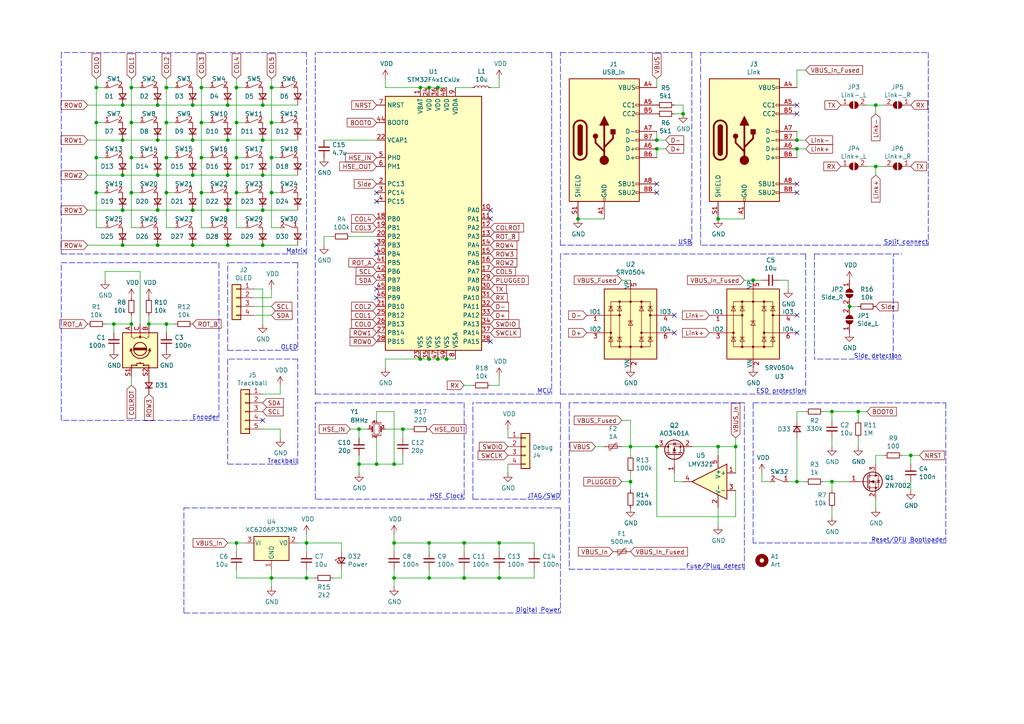
<source format=kicad_sch>
(kicad_sch (version 20211123) (generator eeschema)
  (paper "A4")
  (junction (at 121.92 25.4))
  (junction (at 33.02 93.98))
  (junction (at 190.5 129.54))
  (junction (at 55.88 50.8))
  (junction (at 27.94 45.72))
  (junction (at 78.74 55.88))
  (junction (at 190.5 40.64))
  (junction (at 45.72 30.48))
  (junction (at 55.88 60.96))
  (junction (at 76.2 60.96))
  (junction (at 48.26 45.72))
  (junction (at 127 104.14))
  (junction (at 124.46 167.64))
  (junction (at 104.14 124.46))
  (junction (at 76.2 50.8))
  (junction (at 231.14 139.7))
  (junction (at 241.3 119.38))
  (junction (at 104.14 134.62))
  (junction (at 58.42 55.88))
  (junction (at 35.56 60.96))
  (junction (at 182.88 129.54))
  (junction (at 241.3 139.7))
  (junction (at 129.54 104.14))
  (junction (at 144.78 157.48))
  (junction (at 88.9 157.48))
  (junction (at 114.3 167.64))
  (junction (at 116.84 124.46))
  (junction (at 144.78 167.64))
  (junction (at 68.58 157.48))
  (junction (at 58.42 45.72))
  (junction (at 231.14 40.64))
  (junction (at 124.46 104.14))
  (junction (at 134.62 167.64))
  (junction (at 68.58 25.4))
  (junction (at 38.1 45.72))
  (junction (at 121.92 104.14))
  (junction (at 38.1 93.98))
  (junction (at 66.04 40.64))
  (junction (at 45.72 40.64))
  (junction (at 114.3 157.48))
  (junction (at 264.16 132.08))
  (junction (at 68.58 35.56))
  (junction (at 58.42 35.56))
  (junction (at 55.88 40.64))
  (junction (at 78.74 45.72))
  (junction (at 78.74 25.4))
  (junction (at 68.58 45.72))
  (junction (at 124.46 25.4))
  (junction (at 43.18 93.98))
  (junction (at 48.26 25.4))
  (junction (at 208.28 129.54))
  (junction (at 45.72 71.12))
  (junction (at 254 48.26))
  (junction (at 38.1 35.56))
  (junction (at 78.74 35.56))
  (junction (at 231.14 43.18))
  (junction (at 35.56 50.8))
  (junction (at 213.36 129.54))
  (junction (at 208.28 63.5))
  (junction (at 38.1 25.4))
  (junction (at 109.22 134.62))
  (junction (at 55.88 71.12))
  (junction (at 114.3 134.62))
  (junction (at 190.5 43.18))
  (junction (at 246.38 88.9))
  (junction (at 78.74 167.64))
  (junction (at 66.04 60.96))
  (junction (at 127 25.4))
  (junction (at 182.88 139.7))
  (junction (at 35.56 71.12))
  (junction (at 134.62 157.48))
  (junction (at 48.26 55.88))
  (junction (at 76.2 30.48))
  (junction (at 68.58 55.88))
  (junction (at 76.2 71.12))
  (junction (at 198.12 33.02))
  (junction (at 66.04 30.48))
  (junction (at 45.72 60.96))
  (junction (at 124.46 157.48))
  (junction (at 48.26 93.98))
  (junction (at 88.9 167.64))
  (junction (at 254 30.48))
  (junction (at 48.26 35.56))
  (junction (at 76.2 40.64))
  (junction (at 27.94 25.4))
  (junction (at 27.94 55.88))
  (junction (at 27.94 35.56))
  (junction (at 35.56 40.64))
  (junction (at 248.92 119.38))
  (junction (at 218.44 81.28))
  (junction (at 167.64 63.5))
  (junction (at 55.88 30.48))
  (junction (at 58.42 25.4))
  (junction (at 35.56 30.48))
  (junction (at 66.04 50.8))
  (junction (at 45.72 50.8))
  (junction (at 38.1 55.88))
  (junction (at 66.04 71.12))
  (no_connect (at 231.14 30.48))
  (no_connect (at 109.22 55.88))
  (no_connect (at 109.22 73.66))
  (no_connect (at 190.5 53.34))
  (no_connect (at 109.22 86.36))
  (no_connect (at 109.22 83.82))
  (no_connect (at 231.14 91.44))
  (no_connect (at 142.24 60.96))
  (no_connect (at 109.22 58.42))
  (no_connect (at 76.2 121.92))
  (no_connect (at 190.5 55.88))
  (no_connect (at 109.22 71.12))
  (no_connect (at 231.14 53.34))
  (no_connect (at 231.14 33.02))
  (no_connect (at 231.14 55.88))
  (no_connect (at 195.58 91.44))
  (no_connect (at 195.58 96.52))
  (no_connect (at 142.24 99.06))
  (no_connect (at 231.14 96.52))
  (no_connect (at 142.24 63.5))
  (wire (pts (xy 111.76 25.4) (xy 111.76 22.86)))
  (wire (pts (xy 86.36 40.64) (xy 76.2 40.64)))
  (wire (pts (xy 256.54 48.26) (xy 254 48.26)))
  (wire (pts (xy 208.28 129.54) (xy 213.36 129.54)))
  (wire (pts (xy 256.54 132.08) (xy 254 132.08)))
  (wire (pts (xy 68.58 22.86) (xy 68.58 25.4)))
  (wire (pts (xy 73.66 83.82) (xy 76.2 83.82)))
  (wire (pts (xy 88.9 157.48) (xy 88.9 160.02)))
  (wire (pts (xy 114.3 154.94) (xy 114.3 157.48)))
  (wire (pts (xy 81.28 25.4) (xy 78.74 25.4)))
  (wire (pts (xy 81.28 45.72) (xy 78.74 45.72)))
  (wire (pts (xy 182.88 129.54) (xy 190.5 129.54)))
  (wire (pts (xy 35.56 71.12) (xy 25.4 71.12)))
  (polyline (pts (xy 63.5 121.92) (xy 17.78 121.92)))
  (wire (pts (xy 71.12 55.88) (xy 68.58 55.88)))
  (wire (pts (xy 88.9 165.1) (xy 88.9 167.64)))
  (wire (pts (xy 45.72 40.64) (xy 35.56 40.64)))
  (wire (pts (xy 129.54 104.14) (xy 132.08 104.14)))
  (polyline (pts (xy 88.9 15.24) (xy 17.78 15.24)))
  (wire (pts (xy 71.12 25.4) (xy 68.58 25.4)))
  (wire (pts (xy 254 50.8) (xy 254 48.26)))
  (wire (pts (xy 33.02 96.52) (xy 33.02 93.98)))
  (wire (pts (xy 30.48 45.72) (xy 27.94 45.72)))
  (polyline (pts (xy 259.08 104.14) (xy 259.08 73.66)))
  (wire (pts (xy 228.6 83.82) (xy 228.6 81.28)))
  (polyline (pts (xy 88.9 73.66) (xy 88.9 15.24)))
  (wire (pts (xy 55.88 30.48) (xy 45.72 30.48)))
  (polyline (pts (xy 17.78 73.66) (xy 88.9 73.66)))
  (wire (pts (xy 182.88 139.7) (xy 182.88 137.16)))
  (wire (pts (xy 86.36 157.48) (xy 88.9 157.48)))
  (wire (pts (xy 38.1 111.76) (xy 38.1 109.22)))
  (wire (pts (xy 231.14 139.7) (xy 233.68 139.7)))
  (wire (pts (xy 114.3 157.48) (xy 124.46 157.48)))
  (polyline (pts (xy 218.44 116.84) (xy 274.32 116.84)))
  (wire (pts (xy 81.28 114.3) (xy 81.28 111.76)))
  (polyline (pts (xy 200.66 15.24) (xy 200.66 71.12)))
  (wire (pts (xy 121.92 25.4) (xy 124.46 25.4)))
  (polyline (pts (xy 86.36 76.2) (xy 66.04 76.2)))
  (wire (pts (xy 48.26 22.86) (xy 48.26 25.4)))
  (wire (pts (xy 180.34 139.7) (xy 182.88 139.7)))
  (wire (pts (xy 238.76 119.38) (xy 241.3 119.38)))
  (polyline (pts (xy 233.68 73.66) (xy 162.56 73.66)))
  (wire (pts (xy 38.1 66.04) (xy 40.64 66.04)))
  (polyline (pts (xy 236.22 73.66) (xy 236.22 104.14)))
  (polyline (pts (xy 86.36 76.2) (xy 86.36 101.6)))
  (wire (pts (xy 78.74 170.18) (xy 78.74 167.64)))
  (wire (pts (xy 114.3 134.62) (xy 116.84 134.62)))
  (wire (pts (xy 220.98 137.16) (xy 220.98 139.7)))
  (wire (pts (xy 213.36 137.16) (xy 213.36 129.54)))
  (wire (pts (xy 35.56 40.64) (xy 25.4 40.64)))
  (wire (pts (xy 27.94 25.4) (xy 30.48 25.4)))
  (wire (pts (xy 198.12 139.7) (xy 195.58 139.7)))
  (wire (pts (xy 48.26 55.88) (xy 48.26 66.04)))
  (wire (pts (xy 193.04 43.18) (xy 190.5 43.18)))
  (wire (pts (xy 124.46 167.64) (xy 114.3 167.64)))
  (wire (pts (xy 88.9 154.94) (xy 88.9 157.48)))
  (wire (pts (xy 55.88 50.8) (xy 45.72 50.8)))
  (wire (pts (xy 154.94 165.1) (xy 154.94 167.64)))
  (wire (pts (xy 264.16 134.62) (xy 264.16 132.08)))
  (wire (pts (xy 50.8 55.88) (xy 48.26 55.88)))
  (wire (pts (xy 38.1 45.72) (xy 38.1 55.88)))
  (wire (pts (xy 78.74 35.56) (xy 78.74 45.72)))
  (wire (pts (xy 40.64 55.88) (xy 38.1 55.88)))
  (wire (pts (xy 109.22 134.62) (xy 114.3 134.62)))
  (wire (pts (xy 66.04 50.8) (xy 55.88 50.8)))
  (wire (pts (xy 231.14 127) (xy 231.14 139.7)))
  (wire (pts (xy 40.64 35.56) (xy 38.1 35.56)))
  (wire (pts (xy 111.76 25.4) (xy 121.92 25.4)))
  (wire (pts (xy 104.14 124.46) (xy 106.68 124.46)))
  (wire (pts (xy 27.94 45.72) (xy 27.94 55.88)))
  (polyline (pts (xy 269.24 15.24) (xy 269.24 71.12)))
  (wire (pts (xy 134.62 111.76) (xy 137.16 111.76)))
  (wire (pts (xy 66.04 30.48) (xy 55.88 30.48)))
  (wire (pts (xy 60.96 25.4) (xy 58.42 25.4)))
  (wire (pts (xy 254 132.08) (xy 254 134.62)))
  (wire (pts (xy 78.74 83.82) (xy 78.74 86.36)))
  (wire (pts (xy 43.18 91.44) (xy 43.18 93.98)))
  (wire (pts (xy 147.32 124.46) (xy 147.32 127)))
  (wire (pts (xy 58.42 35.56) (xy 58.42 45.72)))
  (wire (pts (xy 101.6 68.58) (xy 109.22 68.58)))
  (wire (pts (xy 190.5 22.86) (xy 190.5 25.4)))
  (wire (pts (xy 264.16 142.24) (xy 264.16 139.7)))
  (wire (pts (xy 38.1 91.44) (xy 38.1 93.98)))
  (wire (pts (xy 68.58 167.64) (xy 78.74 167.64)))
  (wire (pts (xy 50.8 45.72) (xy 48.26 45.72)))
  (wire (pts (xy 50.8 25.4) (xy 48.26 25.4)))
  (wire (pts (xy 190.5 129.54) (xy 190.5 149.86)))
  (wire (pts (xy 40.64 25.4) (xy 38.1 25.4)))
  (wire (pts (xy 48.26 35.56) (xy 48.26 45.72)))
  (wire (pts (xy 99.06 167.64) (xy 99.06 165.1)))
  (wire (pts (xy 40.64 45.72) (xy 38.1 45.72)))
  (wire (pts (xy 241.3 149.86) (xy 241.3 147.32)))
  (wire (pts (xy 175.26 129.54) (xy 172.72 129.54)))
  (wire (pts (xy 134.62 157.48) (xy 144.78 157.48)))
  (polyline (pts (xy 86.36 104.14) (xy 66.04 104.14)))
  (wire (pts (xy 38.1 22.86) (xy 38.1 25.4)))
  (wire (pts (xy 78.74 88.9) (xy 73.66 88.9)))
  (polyline (pts (xy 137.16 144.78) (xy 162.56 144.78)))
  (wire (pts (xy 182.88 129.54) (xy 180.34 129.54)))
  (polyline (pts (xy 162.56 147.32) (xy 162.56 177.8)))
  (wire (pts (xy 48.26 96.52) (xy 48.26 93.98)))
  (wire (pts (xy 111.76 124.46) (xy 116.84 124.46)))
  (wire (pts (xy 60.96 55.88) (xy 58.42 55.88)))
  (wire (pts (xy 144.78 157.48) (xy 154.94 157.48)))
  (wire (pts (xy 144.78 25.4) (xy 142.24 25.4)))
  (wire (pts (xy 218.44 81.28) (xy 215.9 81.28)))
  (wire (pts (xy 114.3 119.38) (xy 114.3 134.62)))
  (polyline (pts (xy 66.04 134.62) (xy 86.36 134.62)))
  (wire (pts (xy 144.78 165.1) (xy 144.78 167.64)))
  (wire (pts (xy 78.74 22.86) (xy 78.74 25.4)))
  (polyline (pts (xy 269.24 71.12) (xy 203.2 71.12)))
  (wire (pts (xy 58.42 45.72) (xy 58.42 55.88)))
  (wire (pts (xy 134.62 167.64) (xy 134.62 165.1)))
  (wire (pts (xy 81.28 124.46) (xy 76.2 124.46)))
  (polyline (pts (xy 134.62 116.84) (xy 134.62 144.78)))
  (wire (pts (xy 76.2 83.82) (xy 76.2 93.98)))
  (polyline (pts (xy 162.56 71.12) (xy 162.56 15.24)))
  (wire (pts (xy 241.3 119.38) (xy 248.92 119.38)))
  (wire (pts (xy 231.14 20.32) (xy 231.14 25.4)))
  (wire (pts (xy 99.06 157.48) (xy 88.9 157.48)))
  (polyline (pts (xy 63.5 76.2) (xy 63.5 121.92)))
  (wire (pts (xy 182.88 142.24) (xy 182.88 139.7)))
  (wire (pts (xy 180.34 81.28) (xy 182.88 81.28)))
  (wire (pts (xy 208.28 132.08) (xy 208.28 129.54)))
  (wire (pts (xy 78.74 55.88) (xy 78.74 66.04)))
  (wire (pts (xy 71.12 45.72) (xy 68.58 45.72)))
  (wire (pts (xy 58.42 55.88) (xy 58.42 66.04)))
  (polyline (pts (xy 274.32 157.48) (xy 218.44 157.48)))
  (wire (pts (xy 43.18 93.98) (xy 48.26 93.98)))
  (wire (pts (xy 58.42 66.04) (xy 60.96 66.04)))
  (wire (pts (xy 78.74 66.04) (xy 81.28 66.04)))
  (polyline (pts (xy 160.02 15.24) (xy 160.02 114.3)))
  (wire (pts (xy 193.04 40.64) (xy 190.5 40.64)))
  (wire (pts (xy 27.94 25.4) (xy 27.94 35.56)))
  (polyline (pts (xy 53.34 147.32) (xy 162.56 147.32)))
  (wire (pts (xy 55.88 60.96) (xy 66.04 60.96)))
  (polyline (pts (xy 274.32 116.84) (xy 274.32 157.48)))
  (wire (pts (xy 38.1 25.4) (xy 38.1 35.56)))
  (wire (pts (xy 154.94 167.64) (xy 144.78 167.64)))
  (wire (pts (xy 190.5 43.18) (xy 190.5 45.72)))
  (wire (pts (xy 228.6 81.28) (xy 226.06 81.28)))
  (wire (pts (xy 30.48 81.28) (xy 30.48 78.74)))
  (wire (pts (xy 208.28 147.32) (xy 208.28 152.4)))
  (wire (pts (xy 101.6 124.46) (xy 104.14 124.46)))
  (wire (pts (xy 68.58 25.4) (xy 68.58 35.56)))
  (polyline (pts (xy 91.44 144.78) (xy 91.44 116.84)))
  (wire (pts (xy 144.78 157.48) (xy 144.78 160.02)))
  (wire (pts (xy 35.56 50.8) (xy 25.4 50.8)))
  (wire (pts (xy 78.74 167.64) (xy 88.9 167.64)))
  (wire (pts (xy 195.58 33.02) (xy 198.12 33.02)))
  (wire (pts (xy 134.62 167.64) (xy 124.46 167.64)))
  (wire (pts (xy 86.36 71.12) (xy 76.2 71.12)))
  (wire (pts (xy 254 30.48) (xy 251.46 30.48)))
  (wire (pts (xy 73.66 86.36) (xy 78.74 86.36)))
  (wire (pts (xy 68.58 160.02) (xy 68.58 157.48)))
  (wire (pts (xy 233.68 40.64) (xy 231.14 40.64)))
  (wire (pts (xy 182.88 132.08) (xy 182.88 129.54)))
  (wire (pts (xy 231.14 38.1) (xy 231.14 40.64)))
  (polyline (pts (xy 203.2 71.12) (xy 203.2 15.24)))
  (wire (pts (xy 231.14 43.18) (xy 231.14 45.72)))
  (wire (pts (xy 68.58 35.56) (xy 68.58 45.72)))
  (polyline (pts (xy 162.56 114.3) (xy 162.56 73.66)))
  (wire (pts (xy 144.78 111.76) (xy 142.24 111.76)))
  (wire (pts (xy 114.3 160.02) (xy 114.3 157.48)))
  (wire (pts (xy 27.94 55.88) (xy 27.94 66.04)))
  (wire (pts (xy 266.7 132.08) (xy 264.16 132.08)))
  (wire (pts (xy 116.84 127) (xy 116.84 124.46)))
  (polyline (pts (xy 165.1 165.1) (xy 215.9 165.1)))
  (polyline (pts (xy 203.2 15.24) (xy 269.24 15.24)))
  (polyline (pts (xy 218.44 157.48) (xy 218.44 116.84)))
  (wire (pts (xy 254 30.48) (xy 256.54 30.48)))
  (wire (pts (xy 30.48 55.88) (xy 27.94 55.88)))
  (wire (pts (xy 198.12 30.48) (xy 198.12 33.02)))
  (wire (pts (xy 104.14 137.16) (xy 104.14 134.62)))
  (wire (pts (xy 190.5 38.1) (xy 190.5 40.64)))
  (wire (pts (xy 241.3 121.92) (xy 241.3 119.38)))
  (polyline (pts (xy 17.78 76.2) (xy 63.5 76.2)))
  (wire (pts (xy 68.58 66.04) (xy 71.12 66.04)))
  (wire (pts (xy 190.5 149.86) (xy 213.36 149.86)))
  (wire (pts (xy 127 104.14) (xy 129.54 104.14)))
  (polyline (pts (xy 17.78 121.92) (xy 17.78 76.2)))
  (wire (pts (xy 213.36 127) (xy 213.36 129.54)))
  (polyline (pts (xy 236.22 73.66) (xy 261.62 73.66)))
  (wire (pts (xy 66.04 60.96) (xy 76.2 60.96)))
  (wire (pts (xy 109.22 119.38) (xy 114.3 119.38)))
  (wire (pts (xy 76.2 30.48) (xy 66.04 30.48)))
  (wire (pts (xy 208.28 63.5) (xy 215.9 63.5)))
  (polyline (pts (xy 162.56 116.84) (xy 162.56 144.78)))
  (polyline (pts (xy 162.56 116.84) (xy 137.16 116.84)))
  (wire (pts (xy 73.66 91.44) (xy 78.74 91.44)))
  (wire (pts (xy 45.72 50.8) (xy 35.56 50.8)))
  (wire (pts (xy 182.88 121.92) (xy 180.34 121.92)))
  (polyline (pts (xy 162.56 15.24) (xy 200.66 15.24)))
  (wire (pts (xy 48.26 93.98) (xy 50.8 93.98)))
  (wire (pts (xy 55.88 40.64) (xy 45.72 40.64)))
  (wire (pts (xy 86.36 30.48) (xy 76.2 30.48)))
  (wire (pts (xy 124.46 165.1) (xy 124.46 167.64)))
  (wire (pts (xy 111.76 104.14) (xy 121.92 104.14)))
  (wire (pts (xy 58.42 25.4) (xy 58.42 35.56)))
  (wire (pts (xy 35.56 30.48) (xy 25.4 30.48)))
  (wire (pts (xy 241.3 139.7) (xy 246.38 139.7)))
  (wire (pts (xy 48.26 25.4) (xy 48.26 35.56)))
  (polyline (pts (xy 215.9 165.1) (xy 215.9 116.84)))
  (wire (pts (xy 78.74 25.4) (xy 78.74 35.56)))
  (wire (pts (xy 223.52 139.7) (xy 220.98 139.7)))
  (wire (pts (xy 233.68 20.32) (xy 231.14 20.32)))
  (polyline (pts (xy 66.04 104.14) (xy 66.04 134.62)))
  (wire (pts (xy 60.96 35.56) (xy 58.42 35.56)))
  (polyline (pts (xy 66.04 101.6) (xy 66.04 76.2)))
  (wire (pts (xy 144.78 22.86) (xy 144.78 25.4)))
  (wire (pts (xy 182.88 129.54) (xy 182.88 121.92)))
  (wire (pts (xy 241.3 129.54) (xy 241.3 127)))
  (wire (pts (xy 40.64 78.74) (xy 40.64 93.98)))
  (wire (pts (xy 48.26 66.04) (xy 50.8 66.04)))
  (wire (pts (xy 251.46 119.38) (xy 248.92 119.38)))
  (wire (pts (xy 50.8 35.56) (xy 48.26 35.56)))
  (wire (pts (xy 233.68 43.18) (xy 231.14 43.18)))
  (wire (pts (xy 127 25.4) (xy 129.54 25.4)))
  (polyline (pts (xy 137.16 144.78) (xy 137.16 116.84)))
  (wire (pts (xy 68.58 45.72) (xy 68.58 55.88)))
  (wire (pts (xy 99.06 160.02) (xy 99.06 157.48)))
  (polyline (pts (xy 160.02 15.24) (xy 91.44 15.24)))
  (polyline (pts (xy 165.1 116.84) (xy 165.1 165.1)))
  (polyline (pts (xy 86.36 134.62) (xy 86.36 104.14)))
  (wire (pts (xy 68.58 157.48) (xy 71.12 157.48)))
  (polyline (pts (xy 53.34 177.8) (xy 53.34 147.32)))
  (wire (pts (xy 38.1 55.88) (xy 38.1 66.04)))
  (wire (pts (xy 81.28 127) (xy 81.28 124.46)))
  (wire (pts (xy 200.66 129.54) (xy 208.28 129.54)))
  (wire (pts (xy 45.72 71.12) (xy 35.56 71.12)))
  (wire (pts (xy 241.3 139.7) (xy 241.3 142.24)))
  (wire (pts (xy 76.2 114.3) (xy 81.28 114.3)))
  (wire (pts (xy 76.2 71.12) (xy 66.04 71.12)))
  (polyline (pts (xy 134.62 144.78) (xy 91.44 144.78)))
  (wire (pts (xy 27.94 35.56) (xy 30.48 35.56)))
  (wire (pts (xy 124.46 104.14) (xy 127 104.14)))
  (wire (pts (xy 241.3 139.7) (xy 238.76 139.7)))
  (wire (pts (xy 45.72 60.96) (xy 55.88 60.96)))
  (wire (pts (xy 231.14 119.38) (xy 233.68 119.38)))
  (wire (pts (xy 248.92 88.9) (xy 246.38 88.9)))
  (wire (pts (xy 96.52 167.64) (xy 99.06 167.64)))
  (wire (pts (xy 33.02 93.98) (xy 30.48 93.98)))
  (wire (pts (xy 68.58 55.88) (xy 68.58 66.04)))
  (polyline (pts (xy 162.56 114.3) (xy 233.68 114.3)))
  (wire (pts (xy 38.1 35.56) (xy 38.1 45.72)))
  (wire (pts (xy 93.98 40.64) (xy 109.22 40.64)))
  (wire (pts (xy 76.2 50.8) (xy 66.04 50.8)))
  (wire (pts (xy 220.98 81.28) (xy 218.44 81.28)))
  (wire (pts (xy 248.92 129.54) (xy 248.92 127)))
  (wire (pts (xy 81.28 35.56) (xy 78.74 35.56)))
  (polyline (pts (xy 162.56 177.8) (xy 53.34 177.8)))
  (wire (pts (xy 195.58 139.7) (xy 195.58 137.16)))
  (polyline (pts (xy 200.66 71.12) (xy 162.56 71.12)))
  (wire (pts (xy 114.3 167.64) (xy 114.3 170.18)))
  (polyline (pts (xy 91.44 116.84) (xy 134.62 116.84)))
  (wire (pts (xy 124.46 25.4) (xy 127 25.4)))
  (wire (pts (xy 154.94 157.48) (xy 154.94 160.02)))
  (wire (pts (xy 93.98 68.58) (xy 96.52 68.58)))
  (wire (pts (xy 88.9 167.64) (xy 91.44 167.64)))
  (wire (pts (xy 104.14 132.08) (xy 104.14 134.62)))
  (wire (pts (xy 254 147.32) (xy 254 144.78)))
  (wire (pts (xy 27.94 66.04) (xy 30.48 66.04)))
  (wire (pts (xy 104.14 124.46) (xy 104.14 127)))
  (wire (pts (xy 78.74 165.1) (xy 78.74 167.64)))
  (wire (pts (xy 231.14 119.38) (xy 231.14 121.92)))
  (polyline (pts (xy 233.68 73.66) (xy 233.68 114.3)))
  (wire (pts (xy 58.42 22.86) (xy 58.42 25.4)))
  (polyline (pts (xy 261.62 104.14) (xy 236.22 104.14)))
  (wire (pts (xy 71.12 35.56) (xy 68.58 35.56)))
  (wire (pts (xy 134.62 160.02) (xy 134.62 157.48)))
  (wire (pts (xy 116.84 124.46) (xy 119.38 124.46)))
  (wire (pts (xy 38.1 93.98) (xy 33.02 93.98)))
  (wire (pts (xy 254 48.26) (xy 251.46 48.26)))
  (wire (pts (xy 35.56 60.96) (xy 45.72 60.96)))
  (wire (pts (xy 48.26 45.72) (xy 48.26 55.88)))
  (wire (pts (xy 60.96 45.72) (xy 58.42 45.72)))
  (wire (pts (xy 78.74 45.72) (xy 78.74 55.88)))
  (wire (pts (xy 109.22 121.92) (xy 109.22 119.38)))
  (wire (pts (xy 213.36 142.24) (xy 213.36 149.86)))
  (wire (pts (xy 264.16 132.08) (xy 261.62 132.08)))
  (wire (pts (xy 104.14 134.62) (xy 109.22 134.62)))
  (wire (pts (xy 66.04 40.64) (xy 55.88 40.64)))
  (wire (pts (xy 248.92 119.38) (xy 248.92 121.92)))
  (polyline (pts (xy 17.78 15.24) (xy 17.78 73.66)))
  (wire (pts (xy 93.98 71.12) (xy 93.98 68.58)))
  (wire (pts (xy 137.16 25.4) (xy 132.08 25.4)))
  (wire (pts (xy 30.48 78.74) (xy 40.64 78.74)))
  (wire (pts (xy 55.88 71.12) (xy 45.72 71.12)))
  (wire (pts (xy 68.58 167.64) (xy 68.58 165.1)))
  (wire (pts (xy 25.4 60.96) (xy 35.56 60.96)))
  (wire (pts (xy 124.46 157.48) (xy 134.62 157.48)))
  (wire (pts (xy 109.22 127) (xy 109.22 134.62)))
  (wire (pts (xy 144.78 109.22) (xy 144.78 111.76)))
  (wire (pts (xy 254 33.02) (xy 254 30.48)))
  (wire (pts (xy 228.6 139.7) (xy 231.14 139.7)))
  (wire (pts (xy 76.2 60.96) (xy 86.36 60.96)))
  (wire (pts (xy 144.78 167.64) (xy 134.62 167.64)))
  (wire (pts (xy 81.28 55.88) (xy 78.74 55.88)))
  (wire (pts (xy 114.3 167.64) (xy 114.3 165.1)))
  (wire (pts (xy 68.58 157.48) (xy 66.04 157.48)))
  (wire (pts (xy 195.58 30.48) (xy 198.12 30.48)))
  (wire (pts (xy 27.94 35.56) (xy 27.94 45.72)))
  (wire (pts (xy 121.92 104.14) (xy 124.46 104.14)))
  (polyline (pts (xy 215.9 116.84) (xy 165.1 116.84)))
  (wire (pts (xy 27.94 22.86) (xy 27.94 25.4)))
  (polyline (pts (xy 91.44 114.3) (xy 91.44 15.24)))
  (wire (pts (xy 76.2 40.64) (xy 66.04 40.64)))
  (polyline (pts (xy 91.44 114.3) (xy 160.02 114.3)))
  (wire (pts (xy 45.72 30.48) (xy 35.56 30.48)))
  (wire (pts (xy 116.84 134.62) (xy 116.84 132.08)))
  (wire (pts (xy 86.36 50.8) (xy 76.2 50.8)))
  (wire (pts (xy 66.04 71.12) (xy 55.88 71.12)))
  (wire (pts (xy 111.76 106.68) (xy 111.76 104.14)))
  (wire (pts (xy 167.64 63.5) (xy 175.26 63.5)))
  (wire (pts (xy 147.32 137.16) (xy 147.32 134.62)))
  (polyline (pts (xy 66.04 101.6) (xy 86.36 101.6)))
  (wire (pts (xy 124.46 157.48) (xy 124.46 160.02)))
  (text "HSE Clock" (at 134.62 144.78 180) (effects (font (size 1.27 1.27)) (justify right bottom)))
  (text "USB" (at 200.66 71.12 180) (effects (font (size 1.27 1.27)) (justify right bottom)))
  (text "Encoder" (at 63.5 121.92 180) (effects (font (size 1.27 1.27)) (justify right bottom)))
  (text "Matrix" (at 88.9 73.66 180) (effects (font (size 1.27 1.27)) (justify right bottom)))
  (text "Side detection" (at 261.62 104.14 180) (effects (font (size 1.27 1.27)) (justify right bottom)))
  (text "JTAG/SWD" (at 162.56 144.78 180) (effects (font (size 1.27 1.27)) (justify right bottom)))
  (text "Digital Power" (at 162.56 177.8 180) (effects (font (size 1.27 1.27)) (justify right bottom)))
  (text "Fuse/Plug detect" (at 215.9 165.1 180) (effects (font (size 1.27 1.27)) (justify right bottom)))
  (text "ESD protection" (at 233.68 114.3 180) (effects (font (size 1.27 1.27)) (justify right bottom)))
  (text "OLED" (at 86.36 101.6 180) (effects (font (size 1.27 1.27)) (justify right bottom)))
  (text "MCU" (at 160.02 114.3 180) (effects (font (size 1.27 1.27)) (justify right bottom)))
  (text "Reset/DFU Bootloader" (at 274.32 157.48 180) (effects (font (size 1.27 1.27)) (justify right bottom)))
  (text "Split connect" (at 269.24 71.12 180) (effects (font (size 1.27 1.27)) (justify right bottom)))
  (text "Trackball" (at 86.36 134.62 180) (effects (font (size 1.27 1.27)) (justify right bottom)))
  (global_label "D-" (shape input) (at 170.18 91.44 180) (property "Intersheet References" "${INTERSHEET_REFS}" (effects hide)))
  (global_label "VBUS_In_Fused" (shape input) (at 215.9 81.28 180) (property "Intersheet References" "${INTERSHEET_REFS}" (effects hide)))
  (global_label "D-" (shape input) (at 193.04 40.64 0) (property "Intersheet References" "${INTERSHEET_REFS}" (effects hide)))
  (global_label "VBUS_In" (shape input) (at 66.04 157.48 180) (property "Intersheet References" "${INTERSHEET_REFS}" (effects hide)))
  (global_label "COL3" (shape input) (at 58.42 22.86 90) (property "Intersheet References" "${INTERSHEET_REFS}" (effects hide)))
  (global_label "BOOT0" (shape input) (at 251.46 119.38 0) (property "Intersheet References" "${INTERSHEET_REFS}" (effects hide)))
  (global_label "COL2" (shape input) (at 109.22 88.9 180) (property "Intersheet References" "${INTERSHEET_REFS}" (effects hide)))
  (global_label "NRST" (shape input) (at 266.7 132.08 0) (property "Intersheet References" "${INTERSHEET_REFS}" (effects hide)))
  (global_label "VBUS" (shape input) (at 172.72 129.54 180) (property "Intersheet References" "${INTERSHEET_REFS}" (effects hide)))
  (global_label "RX" (shape input) (at 264.16 30.48 0) (property "Intersheet References" "${INTERSHEET_REFS}" (effects hide)))
  (global_label "ROW2" (shape input) (at 142.24 76.2 0) (property "Intersheet References" "${INTERSHEET_REFS}" (effects hide)))
  (global_label "SDA" (shape input) (at 78.74 91.44 0) (property "Intersheet References" "${INTERSHEET_REFS}" (effects hide)))
  (global_label "ROT_B" (shape input) (at 55.88 93.98 0) (property "Intersheet References" "${INTERSHEET_REFS}" (effects hide)))
  (global_label "SWCLK" (shape input) (at 147.32 132.08 180) (property "Intersheet References" "${INTERSHEET_REFS}" (effects hide)))
  (global_label "SWCLK" (shape input) (at 142.24 96.52 0) (property "Intersheet References" "${INTERSHEET_REFS}" (effects hide)))
  (global_label "ROW3" (shape input) (at 43.18 114.3 270) (property "Intersheet References" "${INTERSHEET_REFS}" (effects hide)))
  (global_label "ROT_A" (shape input) (at 109.22 76.2 180) (property "Intersheet References" "${INTERSHEET_REFS}" (effects hide)))
  (global_label "Link+" (shape input) (at 233.68 43.18 0) (property "Intersheet References" "${INTERSHEET_REFS}" (effects hide)))
  (global_label "SWDIO" (shape input) (at 147.32 129.54 180) (property "Intersheet References" "${INTERSHEET_REFS}" (effects hide)))
  (global_label "SCL" (shape input) (at 109.22 78.74 180) (property "Intersheet References" "${INTERSHEET_REFS}" (effects hide)))
  (global_label "TX" (shape input) (at 142.24 83.82 0) (property "Intersheet References" "${INTERSHEET_REFS}" (effects hide)))
  (global_label "D+" (shape input) (at 193.04 43.18 0) (property "Intersheet References" "${INTERSHEET_REFS}" (effects hide)))
  (global_label "COL2" (shape input) (at 48.26 22.86 90) (property "Intersheet References" "${INTERSHEET_REFS}" (effects hide)))
  (global_label "VBUS" (shape input) (at 190.5 22.86 90) (property "Intersheet References" "${INTERSHEET_REFS}" (effects hide)))
  (global_label "NRST" (shape input) (at 109.22 30.48 180) (property "Intersheet References" "${INTERSHEET_REFS}" (effects hide)))
  (global_label "ROW1" (shape input) (at 109.22 96.52 180) (property "Intersheet References" "${INTERSHEET_REFS}" (effects hide)))
  (global_label "ROW0" (shape input) (at 25.4 30.48 180) (property "Intersheet References" "${INTERSHEET_REFS}" (effects hide)))
  (global_label "ROW3" (shape input) (at 25.4 60.96 180) (property "Intersheet References" "${INTERSHEET_REFS}" (effects hide)))
  (global_label "HSE_OUT" (shape input) (at 109.22 48.26 180) (property "Intersheet References" "${INTERSHEET_REFS}" (effects hide)))
  (global_label "SWDIO" (shape input) (at 142.24 93.98 0) (property "Intersheet References" "${INTERSHEET_REFS}" (effects hide)))
  (global_label "BOOT0" (shape input) (at 109.22 35.56 180) (property "Intersheet References" "${INTERSHEET_REFS}" (effects hide)))
  (global_label "ROW2" (shape input) (at 25.4 50.8 180) (property "Intersheet References" "${INTERSHEET_REFS}" (effects hide)))
  (global_label "Link-" (shape input) (at 254 33.02 270) (property "Intersheet References" "${INTERSHEET_REFS}" (effects hide)))
  (global_label "HSE_IN" (shape input) (at 101.6 124.46 180) (property "Intersheet References" "${INTERSHEET_REFS}" (effects hide)))
  (global_label "D-" (shape input) (at 142.24 88.9 0) (property "Intersheet References" "${INTERSHEET_REFS}" (effects hide)))
  (global_label "RX" (shape input) (at 243.84 48.26 180) (property "Intersheet References" "${INTERSHEET_REFS}" (effects hide)))
  (global_label "PLUGGED" (shape input) (at 180.34 139.7 180) (property "Intersheet References" "${INTERSHEET_REFS}" (effects hide)))
  (global_label "Side" (shape input) (at 254 88.9 0) (property "Intersheet References" "${INTERSHEET_REFS}" (effects hide)))
  (global_label "ROW4" (shape input) (at 25.4 71.12 180) (property "Intersheet References" "${INTERSHEET_REFS}" (effects hide)))
  (global_label "VBUS_In_Fused" (shape input) (at 233.68 20.32 0) (property "Intersheet References" "${INTERSHEET_REFS}" (effects hide)))
  (global_label "HSE_OUT" (shape input) (at 124.46 124.46 0) (property "Intersheet References" "${INTERSHEET_REFS}" (effects hide)))
  (global_label "RX" (shape input) (at 134.62 111.76 180) (property "Intersheet References" "${INTERSHEET_REFS}" (effects hide)))
  (global_label "COL1" (shape input) (at 38.1 22.86 90) (property "Intersheet References" "${INTERSHEET_REFS}" (effects hide)))
  (global_label "SCL" (shape input) (at 76.2 119.38 0) (property "Intersheet References" "${INTERSHEET_REFS}" (effects hide)))
  (global_label "ROW1" (shape input) (at 25.4 40.64 180) (property "Intersheet References" "${INTERSHEET_REFS}" (effects hide)))
  (global_label "Link-" (shape input) (at 205.74 91.44 180) (property "Intersheet References" "${INTERSHEET_REFS}" (effects hide)))
  (global_label "D+" (shape input) (at 170.18 96.52 180) (property "Intersheet References" "${INTERSHEET_REFS}" (effects hide)))
  (global_label "TX" (shape input) (at 264.16 48.26 0) (property "Intersheet References" "${INTERSHEET_REFS}" (effects hide)))
  (global_label "ROT_A" (shape input) (at 25.4 93.98 180) (property "Intersheet References" "${INTERSHEET_REFS}" (effects hide)))
  (global_label "SCL" (shape input) (at 78.74 88.9 0) (property "Intersheet References" "${INTERSHEET_REFS}" (effects hide)))
  (global_label "VBUS_In_Fused" (shape input) (at 182.88 160.02 0) (property "Intersheet References" "${INTERSHEET_REFS}" (effects hide)))
  (global_label "VBUS_Fused" (shape input) (at 180.34 81.28 180) (property "Intersheet References" "${INTERSHEET_REFS}" (effects hide)))
  (global_label "VBUS_In" (shape input) (at 213.36 127 90) (property "Intersheet References" "${INTERSHEET_REFS}" (effects hide)))
  (global_label "Side" (shape input) (at 109.22 53.34 180) (property "Intersheet References" "${INTERSHEET_REFS}" (effects hide)))
  (global_label "COL3" (shape input) (at 109.22 66.04 180) (property "Intersheet References" "${INTERSHEET_REFS}" (effects hide)))
  (global_label "Link-" (shape input) (at 233.68 40.64 0) (property "Intersheet References" "${INTERSHEET_REFS}" (effects hide)))
  (global_label "HSE_IN" (shape input) (at 109.22 45.72 180) (property "Intersheet References" "${INTERSHEET_REFS}" (effects hide)))
  (global_label "PLUGGED" (shape input) (at 142.24 81.28 0) (property "Intersheet References" "${INTERSHEET_REFS}" (effects hide)))
  (global_label "TX" (shape input) (at 243.84 30.48 180) (property "Intersheet References" "${INTERSHEET_REFS}" (effects hide)))
  (global_label "COLROT" (shape input) (at 38.1 111.76 270) (property "Intersheet References" "${INTERSHEET_REFS}" (effects hide)))
  (global_label "ROW3" (shape input) (at 142.24 73.66 0) (property "Intersheet References" "${INTERSHEET_REFS}" (effects hide)))
  (global_label "ROT_B" (shape input) (at 142.24 68.58 0) (property "Intersheet References" "${INTERSHEET_REFS}" (effects hide)))
  (global_label "VBUS_In" (shape input) (at 177.8 160.02 180) (property "Intersheet References" "${INTERSHEET_REFS}" (effects hide)))
  (global_label "Link+" (shape input) (at 254 50.8 270) (property "Intersheet References" "${INTERSHEET_REFS}" (effects hide)))
  (global_label "ROW4" (shape input) (at 142.24 71.12 0) (property "Intersheet References" "${INTERSHEET_REFS}" (effects hide)))
  (global_label "Link+" (shape input) (at 205.74 96.52 180) (property "Intersheet References" "${INTERSHEET_REFS}" (effects hide)))
  (global_label "SDA" (shape input) (at 76.2 116.84 0) (property "Intersheet References" "${INTERSHEET_REFS}" (effects hide)))
  (global_label "SDA" (shape input) (at 109.22 81.28 180) (property "Intersheet References" "${INTERSHEET_REFS}" (effects hide)))
  (global_label "COL5" (shape input) (at 78.74 22.86 90) (property "Intersheet References" "${INTERSHEET_REFS}" (effects hide)))
  (global_label "COL4" (shape input) (at 68.58 22.86 90) (property "Intersheet References" "${INTERSHEET_REFS}" (effects hide)))
  (global_label "RX" (shape input) (at 142.24 86.36 0) (property "Intersheet References" "${INTERSHEET_REFS}" (effects hide)))
  (global_label "COL0" (shape input) (at 109.22 93.98 180) (property "Intersheet References" "${INTERSHEET_REFS}" (effects hide)))
  (global_label "ROW0" (shape input) (at 109.22 99.06 180) (property "Intersheet References" "${INTERSHEET_REFS}" (effects hide)))
  (global_label "COL1" (shape input) (at 109.22 91.44 180) (property "Intersheet References" "${INTERSHEET_REFS}" (effects hide)))
  (global_label "COL5" (shape input) (at 142.24 78.74 0) (property "Intersheet References" "${INTERSHEET_REFS}" (effects hide)))
  (global_label "COL0" (shape input) (at 27.94 22.86 90) (property "Intersheet References" "${INTERSHEET_REFS}" (effects hide)))
  (global_label "COLROT" (shape input) (at 142.24 66.04 0) (property "Intersheet References" "${INTERSHEET_REFS}" (effects hide)))
  (global_label "VBUS_Fused" (shape input) (at 180.34 121.92 180) (property "Intersheet References" "${INTERSHEET_REFS}" (effects hide)))
  (global_label "D+" (shape input) (at 142.24 91.44 0) (property "Intersheet References" "${INTERSHEET_REFS}" (effects hide)))
  (global_label "COL4" (shape input) (at 109.22 63.5 180) (property "Intersheet References" "${INTERSHEET_REFS}" (effects hide)))
  (symbol (lib_id "Device:D_Small") (at 35.56 27.94 270) (mirror x) (unit 1)
    (property "Reference" "D1" (at 33.02 27.94 90) (effects (justify right)))
    (property "Value" "D" (effects hide))
    (property "Footprint" "Ariamelon:D_SOD-123" (effects hide))
  )
  (symbol (lib_id "Ariamelon:SW_SPST_Small") (at 33.02 25.4 0) (unit 1)
    (property "Reference" "SW1" (at 33.02 22.86 0))
    (property "Value" "MX" (effects hide))
    (property "Footprint" "Ariamelon:MXOnly-1U-Hotswap-Dual" (effects hide))
  )
  (symbol (lib_id "Ariamelon:SW_SPST_Small") (at 33.02 35.56 0) (unit 1)
    (property "Reference" "SW7" (at 33.02 33.02 0))
    (property "Value" "MX" (effects hide))
    (property "Footprint" "Ariamelon:MXOnly-1U-Hotswap-Dual" (effects hide))
  )
  (symbol (lib_id "Device:D_Small") (at 35.56 38.1 270) (mirror x) (unit 1)
    (property "Reference" "D7" (at 33.02 38.1 90) (effects (justify right)))
    (property "Value" "D" (effects hide))
    (property "Footprint" "Ariamelon:D_SOD-123" (effects hide))
  )
  (symbol (lib_id "Ariamelon:SW_SPST_Small") (at 33.02 45.72 0) (unit 1)
    (property "Reference" "SW13" (at 33.02 43.18 0))
    (property "Value" "MX" (effects hide))
    (property "Footprint" "Ariamelon:MXOnly-1U-Hotswap-Dual" (effects hide))
  )
  (symbol (lib_id "Device:D_Small") (at 35.56 48.26 270) (mirror x) (unit 1)
    (property "Reference" "D13" (at 33.02 48.26 90) (effects (justify right)))
    (property "Value" "D" (effects hide))
    (property "Footprint" "Ariamelon:D_SOD-123" (effects hide))
  )
  (symbol (lib_id "Ariamelon:SW_SPST_Small") (at 33.02 55.88 0) (unit 1)
    (property "Reference" "SW19" (at 33.02 53.34 0))
    (property "Value" "MX" (effects hide))
    (property "Footprint" "Ariamelon:MXOnly-1U-Hotswap-Dual" (effects hide))
  )
  (symbol (lib_id "Device:D_Small") (at 35.56 58.42 270) (mirror x) (unit 1)
    (property "Reference" "D19" (at 33.02 58.42 90) (effects (justify right)))
    (property "Value" "D" (effects hide))
    (property "Footprint" "Ariamelon:D_SOD-123" (effects hide))
  )
  (symbol (lib_id "Ariamelon:SW_SPST_Small") (at 33.02 66.04 0) (unit 1)
    (property "Reference" "SW25" (at 33.02 63.5 0))
    (property "Value" "MX" (effects hide))
    (property "Footprint" "Ariamelon:MXOnly-1U-Hotswap-Dual" (effects hide))
  )
  (symbol (lib_id "Device:D_Small") (at 35.56 68.58 270) (mirror x) (unit 1)
    (property "Reference" "D25" (at 33.02 68.58 90) (effects (justify right)))
    (property "Value" "D" (effects hide))
    (property "Footprint" "Ariamelon:D_SOD-123" (effects hide))
  )
  (symbol (lib_id "Ariamelon:SW_SPST_Small") (at 43.18 25.4 0) (unit 1)
    (property "Reference" "SW2" (at 43.18 22.86 0))
    (property "Value" "MX" (effects hide))
    (property "Footprint" "Ariamelon:MXOnly-1U-Hotswap-Dual" (effects hide))
  )
  (symbol (lib_id "Device:D_Small") (at 45.72 27.94 270) (mirror x) (unit 1)
    (property "Reference" "D2" (at 43.18 27.94 90) (effects (justify right)))
    (property "Value" "D" (effects hide))
    (property "Footprint" "Ariamelon:D_SOD-123" (effects hide))
  )
  (symbol (lib_id "Ariamelon:SW_SPST_Small") (at 43.18 35.56 0) (unit 1)
    (property "Reference" "SW8" (at 43.18 33.02 0))
    (property "Value" "MX" (effects hide))
    (property "Footprint" "Ariamelon:MXOnly-1U-Hotswap-Dual" (effects hide))
  )
  (symbol (lib_id "Device:D_Small") (at 45.72 38.1 270) (mirror x) (unit 1)
    (property "Reference" "D8" (at 43.18 38.1 90) (effects (justify right)))
    (property "Value" "D" (effects hide))
    (property "Footprint" "Ariamelon:D_SOD-123" (effects hide))
  )
  (symbol (lib_id "Ariamelon:SW_SPST_Small") (at 43.18 45.72 0) (unit 1)
    (property "Reference" "SW14" (at 43.18 43.18 0))
    (property "Value" "MX" (effects hide))
    (property "Footprint" "Ariamelon:MXOnly-1U-Hotswap-Dual" (effects hide))
  )
  (symbol (lib_id "Device:D_Small") (at 45.72 48.26 270) (mirror x) (unit 1)
    (property "Reference" "D14" (at 43.18 48.26 90) (effects (justify right)))
    (property "Value" "D" (effects hide))
    (property "Footprint" "Ariamelon:D_SOD-123" (effects hide))
  )
  (symbol (lib_id "Ariamelon:SW_SPST_Small") (at 43.18 55.88 0) (unit 1)
    (property "Reference" "SW20" (at 43.18 53.34 0))
    (property "Value" "MX" (effects hide))
    (property "Footprint" "Ariamelon:MXOnly-1U-Hotswap-Dual" (effects hide))
  )
  (symbol (lib_id "Device:D_Small") (at 45.72 58.42 270) (mirror x) (unit 1)
    (property "Reference" "D20" (at 43.18 58.42 90) (effects (justify right)))
    (property "Value" "D" (effects hide))
    (property "Footprint" "Ariamelon:D_SOD-123" (effects hide))
  )
  (symbol (lib_id "Ariamelon:SW_SPST_Small") (at 43.18 66.04 0) (unit 1)
    (property "Reference" "SW26" (at 43.18 63.5 0))
    (property "Value" "MX" (effects hide))
    (property "Footprint" "Ariamelon:MXOnly-1U-Hotswap-Dual" (effects hide))
  )
  (symbol (lib_id "Device:D_Small") (at 45.72 68.58 270) (mirror x) (unit 1)
    (property "Reference" "D26" (at 43.18 68.58 90) (effects (justify right)))
    (property "Value" "D" (effects hide))
    (property "Footprint" "Ariamelon:D_SOD-123" (effects hide))
  )
  (symbol (lib_id "Ariamelon:SW_SPST_Small") (at 53.34 25.4 0) (unit 1)
    (property "Reference" "SW3" (at 53.34 22.86 0))
    (property "Value" "MX" (effects hide))
    (property "Footprint" "Ariamelon:MXOnly-1U-Hotswap-Dual" (effects hide))
  )
  (symbol (lib_id "Device:D_Small") (at 55.88 27.94 270) (mirror x) (unit 1)
    (property "Reference" "D3" (at 53.34 27.94 90) (effects (justify right)))
    (property "Value" "D" (effects hide))
    (property "Footprint" "Ariamelon:D_SOD-123" (effects hide))
  )
  (symbol (lib_id "Ariamelon:SW_SPST_Small") (at 53.34 35.56 0) (unit 1)
    (property "Reference" "SW9" (at 53.34 33.02 0))
    (property "Value" "MX" (effects hide))
    (property "Footprint" "Ariamelon:MXOnly-1U-Hotswap-Dual" (effects hide))
  )
  (symbol (lib_id "Device:D_Small") (at 55.88 38.1 270) (mirror x) (unit 1)
    (property "Reference" "D9" (at 53.34 38.1 90) (effects (justify right)))
    (property "Value" "D" (effects hide))
    (property "Footprint" "Ariamelon:D_SOD-123" (effects hide))
  )
  (symbol (lib_id "Ariamelon:SW_SPST_Small") (at 53.34 45.72 0) (unit 1)
    (property "Reference" "SW15" (at 53.34 43.18 0))
    (property "Value" "MX" (effects hide))
    (property "Footprint" "Ariamelon:MXOnly-1U-Hotswap-Dual" (effects hide))
  )
  (symbol (lib_id "Device:D_Small") (at 55.88 48.26 270) (mirror x) (unit 1)
    (property "Reference" "D15" (at 53.34 48.26 90) (effects (justify right)))
    (property "Value" "D" (effects hide))
    (property "Footprint" "Ariamelon:D_SOD-123" (effects hide))
  )
  (symbol (lib_id "Ariamelon:SW_SPST_Small") (at 53.34 55.88 0) (unit 1)
    (property "Reference" "SW21" (at 53.34 53.34 0))
    (property "Value" "MX" (effects hide))
    (property "Footprint" "Ariamelon:MXOnly-1U-Hotswap-Dual" (effects hide))
  )
  (symbol (lib_id "Device:D_Small") (at 55.88 58.42 270) (mirror x) (unit 1)
    (property "Reference" "D21" (at 53.34 58.42 90) (effects (justify right)))
    (property "Value" "D" (effects hide))
    (property "Footprint" "Ariamelon:D_SOD-123" (effects hide))
  )
  (symbol (lib_id "Ariamelon:SW_SPST_Small") (at 53.34 66.04 0) (unit 1)
    (property "Reference" "SW27" (at 53.34 63.5 0))
    (property "Value" "MX" (effects hide))
    (property "Footprint" "Ariamelon:MXOnly-1U-Hotswap-Dual" (effects hide))
  )
  (symbol (lib_id "Device:D_Small") (at 55.88 68.58 270) (mirror x) (unit 1)
    (property "Reference" "D27" (at 53.34 68.58 90) (effects (justify right)))
    (property "Value" "D" (effects hide))
    (property "Footprint" "Ariamelon:D_SOD-123" (effects hide))
  )
  (symbol (lib_id "Ariamelon:SW_SPST_Small") (at 63.5 25.4 0) (unit 1)
    (property "Reference" "SW4" (at 63.5 22.86 0))
    (property "Value" "MX" (effects hide))
    (property "Footprint" "Ariamelon:MXOnly-1U-Hotswap-Dual" (effects hide))
  )
  (symbol (lib_id "Device:D_Small") (at 66.04 27.94 270) (mirror x) (unit 1)
    (property "Reference" "D4" (at 63.5 27.94 90) (effects (justify right)))
    (property "Value" "D" (effects hide))
    (property "Footprint" "Ariamelon:D_SOD-123" (effects hide))
  )
  (symbol (lib_id "Ariamelon:SW_SPST_Small") (at 63.5 35.56 0) (unit 1)
    (property "Reference" "SW10" (at 63.5 33.02 0))
    (property "Value" "MX" (effects hide))
    (property "Footprint" "Ariamelon:MXOnly-1U-Hotswap-Dual" (effects hide))
  )
  (symbol (lib_id "Device:D_Small") (at 66.04 38.1 270) (mirror x) (unit 1)
    (property "Reference" "D10" (at 63.5 38.1 90) (effects (justify right)))
    (property "Value" "D" (effects hide))
    (property "Footprint" "Ariamelon:D_SOD-123" (effects hide))
  )
  (symbol (lib_id "Ariamelon:SW_SPST_Small") (at 63.5 45.72 0) (unit 1)
    (property "Reference" "SW16" (at 63.5 43.18 0))
    (property "Value" "MX" (effects hide))
    (property "Footprint" "Ariamelon:MXOnly-1U-Hotswap-Dual" (effects hide))
  )
  (symbol (lib_id "Device:D_Small") (at 66.04 48.26 270) (mirror x) (unit 1)
    (property "Reference" "D16" (at 63.5 48.26 90) (effects (justify right)))
    (property "Value" "D" (effects hide))
    (property "Footprint" "Ariamelon:D_SOD-123" (effects hide))
  )
  (symbol (lib_id "Ariamelon:SW_SPST_Small") (at 63.5 55.88 0) (unit 1)
    (property "Reference" "SW22" (at 63.5 53.34 0))
    (property "Value" "MX" (effects hide))
    (property "Footprint" "Ariamelon:MXOnly-1U-Hotswap-Dual" (effects hide))
  )
  (symbol (lib_id "Device:D_Small") (at 66.04 58.42 270) (mirror x) (unit 1)
    (property "Reference" "D22" (at 63.5 58.42 90) (effects (justify right)))
    (property "Value" "D" (effects hide))
    (property "Footprint" "Ariamelon:D_SOD-123" (effects hide))
  )
  (symbol (lib_id "Ariamelon:SW_SPST_Small") (at 73.66 25.4 0) (unit 1)
    (property "Reference" "SW5" (at 73.66 22.86 0))
    (property "Value" "MX" (effects hide))
    (property "Footprint" "Ariamelon:MXOnly-1U-Hotswap-Dual" (effects hide))
  )
  (symbol (lib_id "Device:D_Small") (at 76.2 27.94 270) (mirror x) (unit 1)
    (property "Reference" "D5" (at 73.66 27.94 90) (effects (justify right)))
    (property "Value" "D" (effects hide))
    (property "Footprint" "Ariamelon:D_SOD-123" (effects hide))
  )
  (symbol (lib_id "Ariamelon:SW_SPST_Small") (at 73.66 35.56 0) (unit 1)
    (property "Reference" "SW11" (at 73.66 33.02 0))
    (property "Value" "MX" (effects hide))
    (property "Footprint" "Ariamelon:MXOnly-1U-Hotswap-Dual" (effects hide))
  )
  (symbol (lib_id "Device:D_Small") (at 76.2 38.1 270) (mirror x) (unit 1)
    (property "Reference" "D11" (at 73.66 38.1 90) (effects (justify right)))
    (property "Value" "D" (effects hide))
    (property "Footprint" "Ariamelon:D_SOD-123" (effects hide))
  )
  (symbol (lib_id "Ariamelon:SW_SPST_Small") (at 73.66 45.72 0) (unit 1)
    (property "Reference" "SW17" (at 73.66 43.18 0))
    (property "Value" "MX" (effects hide))
    (property "Footprint" "Ariamelon:MXOnly-1U-Hotswap-Dual" (effects hide))
  )
  (symbol (lib_id "Device:D_Small") (at 76.2 48.26 270) (mirror x) (unit 1)
    (property "Reference" "D17" (at 73.66 48.26 90) (effects (justify right)))
    (property "Value" "D" (effects hide))
    (property "Footprint" "Ariamelon:D_SOD-123" (effects hide))
  )
  (symbol (lib_id "Ariamelon:SW_SPST_Small") (at 73.66 55.88 0) (unit 1)
    (property "Reference" "SW23" (at 73.66 53.34 0))
    (property "Value" "MX" (effects hide))
    (property "Footprint" "Ariamelon:MXOnly-1U-Hotswap-Dual" (effects hide))
  )
  (symbol (lib_id "Device:D_Small") (at 76.2 58.42 270) (mirror x) (unit 1)
    (property "Reference" "D23" (at 73.66 58.42 90) (effects (justify right)))
    (property "Value" "D" (effects hide))
    (property "Footprint" "Ariamelon:D_SOD-123" (effects hide))
  )
  (symbol (lib_id "Ariamelon:SW_SPST_Small") (at 63.5 66.04 0) (unit 1)
    (property "Reference" "SW28" (at 63.5 63.5 0))
    (property "Value" "MX" (effects hide))
    (property "Footprint" "Ariamelon:MXOnly-1U-Hotswap-Dual" (effects hide))
  )
  (symbol (lib_id "Device:D_Small") (at 66.04 68.58 270) (mirror x) (unit 1)
    (property "Reference" "D28" (at 63.5 68.58 90) (effects (justify right)))
    (property "Value" "D" (effects hide))
    (property "Footprint" "Ariamelon:D_SOD-123" (effects hide))
  )
  (symbol (lib_id "Ariamelon:SW_SPST_Small") (at 83.82 25.4 0) (unit 1)
    (property "Reference" "SW6" (at 83.82 22.86 0))
    (property "Value" "MX" (effects hide))
    (property "Footprint" "Ariamelon:MXOnly-1U-Hotswap-Dual" (effects hide))
  )
  (symbol (lib_id "Device:D_Small") (at 86.36 27.94 270) (mirror x) (unit 1)
    (property "Reference" "D6" (at 83.82 27.94 90) (effects (justify right)))
    (property "Value" "D" (effects hide))
    (property "Footprint" "Ariamelon:D_SOD-123" (effects hide))
  )
  (symbol (lib_id "Ariamelon:SW_SPST_Small") (at 83.82 35.56 0) (unit 1)
    (property "Reference" "SW12" (at 83.82 33.02 0))
    (property "Value" "MX" (effects hide))
    (property "Footprint" "Ariamelon:MXOnly-1U-Hotswap-Dual" (effects hide))
  )
  (symbol (lib_id "Device:D_Small") (at 86.36 38.1 270) (mirror x) (unit 1)
    (property "Reference" "D12" (at 83.82 38.1 90) (effects (justify right)))
    (property "Value" "D" (effects hide))
    (property "Footprint" "Ariamelon:D_SOD-123" (effects hide))
  )
  (symbol (lib_id "Ariamelon:SW_SPST_Small") (at 83.82 45.72 0) (unit 1)
    (property "Reference" "SW18" (at 83.82 43.18 0))
    (property "Value" "MX" (effects hide))
    (property "Footprint" "Ariamelon:MXOnly-1U-Hotswap-Dual" (effects hide))
  )
  (symbol (lib_id "Device:D_Small") (at 86.36 48.26 270) (mirror x) (unit 1)
    (property "Reference" "D18" (at 83.82 48.26 90) (effects (justify right)))
    (property "Value" "D" (effects hide))
    (property "Footprint" "Ariamelon:D_SOD-123" (effects hide))
  )
  (symbol (lib_id "Ariamelon:SW_SPST_Small") (at 83.82 55.88 0) (unit 1)
    (property "Reference" "SW24" (at 83.82 53.34 0))
    (property "Value" "MX" (effects hide))
    (property "Footprint" "Ariamelon:MXOnly-1U-Hotswap-Dual" (effects hide))
  )
  (symbol (lib_id "Device:D_Small") (at 86.36 58.42 270) (mirror x) (unit 1)
    (property "Reference" "D24" (at 83.82 58.42 90) (effects (justify right)))
    (property "Value" "D" (effects hide))
    (property "Footprint" "Ariamelon:D_SOD-123" (effects hide))
  )
  (symbol (lib_id "Ariamelon:SW_SPST_Small") (at 73.66 66.04 0) (unit 1)
    (property "Reference" "SW29" (at 73.66 63.5 0))
    (property "Value" "MX" (effects hide))
    (property "Footprint" "Ariamelon:MXOnly-1U-Hotswap-Dual" (effects hide))
  )
  (symbol (lib_id "Device:D_Small") (at 76.2 68.58 270) (mirror x) (unit 1)
    (property "Reference" "D29" (at 73.66 68.58 90) (effects (justify right)))
    (property "Value" "D" (effects hide))
    (property "Footprint" "Ariamelon:D_SOD-123" (effects hide))
  )
  (symbol (lib_id "Device:D_Small") (at 86.36 68.58 270) (mirror x) (unit 1)
    (property "Reference" "D30" (at 83.82 68.58 90) (effects (justify right)))
    (property "Value" "D" (effects hide))
    (property "Footprint" "Ariamelon:D_SOD-123" (effects hide))
  )
  (symbol (lib_id "Device:Rotary_Encoder_Switch") (at 40.64 101.6 90) (mirror x) (unit 1)
    (property "Reference" "SW31" (effects hide))
    (property "Value" "Encoder" (effects hide))
    (property "Footprint" "Ariamelon:EC11_Flippable" (effects hide))
  )
  (symbol (lib_id "Device:D_Small") (at 43.18 111.76 270) (mirror x) (unit 1)
    (property "Reference" "D31" (at 44.958 111.76 90) (effects (justify left)))
    (property "Value" "D" (effects hide))
    (property "Footprint" "Ariamelon:D_SOD-123" (effects hide))
  )
  (symbol (lib_id "Ariamelon:SW_SPST_Small") (at 83.82 66.04 0) (mirror y) (unit 1)
    (property "Reference" "SW30" (at 83.82 63.5 0))
    (property "Value" "MX" (effects hide))
    (property "Footprint" "Ariamelon:MXOnly-1U-Hotswap-Dual" (effects hide))
  )
  (symbol (lib_id "Ariamelon:USB_C_Receptacle_USB2.0-Connector") (at 175.26 40.64 0) (unit 1)
    (property "Reference" "J1" (at 177.9778 18.6182 0))
    (property "Value" "USB_In" (at 177.9778 20.9296 0))
    (property "Footprint" "Ariamelon:USB-C-C168688" (effects hide))
  )
  (symbol (lib_id "Ariamelon:USB_C_Receptacle_USB2.0-Connector") (at 215.9 40.64 0) (unit 1)
    (property "Reference" "J3" (at 218.6178 18.6182 0))
    (property "Value" "Link" (at 218.6178 20.9296 0))
    (property "Footprint" "Ariamelon:USB-C-C168688" (effects hide))
  )
  (symbol (lib_id "MCU_ST_STM32F4:STM32F411CCUx") (at 127 63.5 0) (unit 1)
    (property "Reference" "U1" (at 125.73 20.8026 0))
    (property "Value" "STM32F4x1CxUx" (at 125.73 23.114 0))
    (property "Footprint" "Package_DFN_QFN:QFN-48-1EP_7x7mm_P0.5mm_EP5.6x5.6mm" (effects hide))
    (property "Datasheet" "http://www.st.com/st-web-ui/static/active/en/resource/technical/document/datasheet/DM00115249.pdf" (effects hide))
  )
  (symbol (lib_id "Jumper:SolderJumper_2_Open") (at 247.65 48.26 0) (unit 1)
    (property "Reference" "JP4" (at 247.65 43.053 0))
    (property "Value" "Link+_L" (at 247.65 45.3644 0))
    (property "Footprint" "Jumper:SolderJumper-2_P1.3mm_Open_Pad1.0x1.5mm" (effects hide))
  )
  (symbol (lib_id "Jumper:SolderJumper_2_Open") (at 260.35 48.26 0) (mirror y) (unit 1)
    (property "Reference" "JP6" (at 260.35 43.053 0))
    (property "Value" "Link+_R" (at 260.35 45.3644 0))
    (property "Footprint" "Jumper:SolderJumper-2_P1.3mm_Open_Pad1.0x1.5mm" (effects hide))
  )
  (symbol (lib_id "Jumper:SolderJumper_2_Open") (at 247.65 30.48 0) (unit 1)
    (property "Reference" "JP3" (at 247.65 25.273 0))
    (property "Value" "Link-_L" (at 247.65 27.5844 0))
    (property "Footprint" "Jumper:SolderJumper-2_P1.3mm_Open_Pad1.0x1.5mm" (effects hide))
  )
  (symbol (lib_id "Jumper:SolderJumper_2_Open") (at 260.35 30.48 0) (mirror y) (unit 1)
    (property "Reference" "JP5" (at 260.35 25.273 0))
    (property "Value" "Link-_R" (at 260.35 27.5844 0))
    (property "Footprint" "Jumper:SolderJumper-2_P1.3mm_Open_Pad1.0x1.5mm" (effects hide))
  )
  (symbol (lib_id "power:GND") (at 167.64 63.5 0) (unit 1)
    (property "Reference" "#PWR0104" (effects hide))
    (property "Value" "GND" (at 167.767 67.8942 0))
  )
  (symbol (lib_id "Device:R_Small") (at 193.04 30.48 270) (unit 1)
    (property "Reference" "R5" (at 193.04 25.5016 90))
    (property "Value" "5k1" (at 193.04 27.813 90))
    (property "Footprint" "Resistor_SMD:R_0603_1608Metric" (effects hide))
  )
  (symbol (lib_id "Device:R_Small") (at 193.04 33.02 270) (unit 1)
    (property "Reference" "R6" (at 193.04 35.6616 90))
    (property "Value" "5k1" (at 193.04 37.973 90))
    (property "Footprint" "Resistor_SMD:R_0603_1608Metric" (effects hide))
  )
  (symbol (lib_id "Device:C_Small") (at 93.98 43.18 180) (unit 1)
    (property "Reference" "C15" (at 96.3168 42.0116 0) (effects (justify right)))
    (property "Value" "4.7u" (at 96.3168 44.323 0) (effects (justify right)))
    (property "Footprint" "Capacitor_SMD:C_0603_1608Metric" (effects hide))
  )
  (symbol (lib_id "power:VDD") (at 111.76 22.86 0) (unit 1)
    (property "Reference" "#PWR0102" (effects hide))
    (property "Value" "VDD" (at 112.141 18.4658 0))
  )
  (symbol (lib_id "power:GND") (at 198.12 33.02 0) (unit 1)
    (property "Reference" "#PWR0107" (effects hide))
    (property "Value" "GND" (at 198.247 37.4142 0))
  )
  (symbol (lib_id "power:GND") (at 111.76 106.68 0) (unit 1)
    (property "Reference" "#PWR0101" (effects hide))
    (property "Value" "GND" (at 111.887 111.0742 0))
  )
  (symbol (lib_id "power:GND") (at 208.28 63.5 0) (unit 1)
    (property "Reference" "#PWR0105" (effects hide))
    (property "Value" "GND" (at 208.407 67.8942 0))
  )
  (symbol (lib_id "Device:R_Small") (at 236.22 139.7 90) (unit 1)
    (property "Reference" "R3" (at 236.22 134.7216 90))
    (property "Value" "1k" (at 236.22 137.033 90))
    (property "Footprint" "Resistor_SMD:R_0603_1608Metric" (effects hide))
  )
  (symbol (lib_id "Mechanical:MountingHole") (at 220.98 162.56 0) (unit 1)
    (property "Reference" "A1" (at 223.52 161.3916 0) (effects (justify left)))
    (property "Value" "Art" (at 223.52 163.703 0) (effects (justify left)))
    (property "Footprint" "Ariamelon:Catmelon" (effects hide))
  )
  (symbol (lib_id "Device:R_Small") (at 99.06 68.58 270) (unit 1)
    (property "Reference" "R4" (at 99.06 63.6016 90))
    (property "Value" "100k" (at 99.06 65.913 90))
    (property "Footprint" "Resistor_SMD:R_0603_1608Metric" (effects hide))
  )
  (symbol (lib_id "power:GND") (at 93.98 71.12 0) (unit 1)
    (property "Reference" "#PWR0133" (effects hide))
    (property "Value" "GND" (at 94.107 75.5142 0))
  )
  (symbol (lib_id "Device:R_Small") (at 139.7 111.76 270) (unit 1)
    (property "Reference" "R18" (at 139.7 106.7816 90))
    (property "Value" "10k" (at 139.7 109.093 90))
    (property "Footprint" "Resistor_SMD:R_0603_1608Metric" (effects hide))
  )
  (symbol (lib_id "power:VDD") (at 144.78 109.22 0) (unit 1)
    (property "Reference" "#PWR0134" (effects hide))
    (property "Value" "VDD" (at 145.161 104.8258 0))
  )
  (symbol (lib_id "Power_Protection:SRV05-4") (at 182.88 93.98 0) (unit 1)
    (property "Reference" "U2" (at 182.88 76.6826 0))
    (property "Value" "SRV0504" (at 182.88 78.994 0))
    (property "Footprint" "Package_TO_SOT_SMD:SOT-23-6" (effects hide))
    (property "Datasheet" "http://www.onsemi.com/pub/Collateral/SRV05-4-D.PDF" (effects hide))
  )
  (symbol (lib_id "power:GND") (at 241.3 149.86 0) (unit 1)
    (property "Reference" "#PWR0108" (effects hide))
    (property "Value" "GND" (at 241.427 154.2542 0))
  )
  (symbol (lib_id "power:GND") (at 264.16 142.24 0) (unit 1)
    (property "Reference" "#PWR0135" (effects hide))
    (property "Value" "GND" (at 264.287 146.6342 0))
  )
  (symbol (lib_id "Jumper:SolderJumper_2_Open") (at 246.38 85.09 90) (mirror x) (unit 1)
    (property "Reference" "JP2" (at 244.6528 83.9216 90) (effects (justify left)))
    (property "Value" "Side_R" (at 244.6528 86.233 90) (effects (justify left)))
    (property "Footprint" "Jumper:SolderJumper-2_P1.3mm_Open_Pad1.0x1.5mm" (effects hide))
  )
  (symbol (lib_id "Jumper:SolderJumper_2_Open") (at 246.38 92.71 90) (unit 1)
    (property "Reference" "JP1" (at 248.6152 91.5416 90) (effects (justify right)))
    (property "Value" "Side_L" (at 248.6152 93.853 90) (effects (justify right)))
    (property "Footprint" "Jumper:SolderJumper-2_P1.3mm_Open_Pad1.0x1.5mm" (effects hide))
  )
  (symbol (lib_id "Device:D_Small") (at 231.14 124.46 90) (mirror x) (unit 1)
    (property "Reference" "D33" (at 229.3874 124.46 90) (effects (justify left)))
    (property "Value" "D" (effects hide))
    (property "Footprint" "Ariamelon:D_SOD-123" (effects hide))
  )
  (symbol (lib_id "Connector_Generic:Conn_01x04") (at 68.58 86.36 0) (mirror y) (unit 1)
    (property "Reference" "J2" (at 70.6628 78.3082 0))
    (property "Value" "OLED" (at 70.6628 80.6196 0))
    (property "Footprint" "Ariamelon:OLED_0.96_SSD1306_128x64_Flippable" (effects hide))
  )
  (symbol (lib_id "Device:R_Small") (at 236.22 119.38 270) (unit 1)
    (property "Reference" "R2" (at 236.22 122.0216 90))
    (property "Value" "330k" (at 236.22 124.333 90))
    (property "Footprint" "Resistor_SMD:R_0603_1608Metric" (effects hide))
  )
  (symbol (lib_id "power:GND") (at 241.3 129.54 0) (unit 1)
    (property "Reference" "#PWR0137" (effects hide))
    (property "Value" "GND" (at 241.427 133.9342 0))
  )
  (symbol (lib_id "Ariamelon:SW_SPST_Small") (at 226.06 139.7 0) (mirror y) (unit 1)
    (property "Reference" "SW32" (at 226.06 136.8298 0))
    (property "Value" "MX" (effects hide))
    (property "Footprint" "Ariamelon:Switch_TS24CA_Flippable" (effects hide))
  )
  (symbol (lib_id "power:VDD") (at 220.98 137.16 0) (unit 1)
    (property "Reference" "#PWR0125" (effects hide))
    (property "Value" "VDD" (at 221.361 132.7658 0))
  )
  (symbol (lib_id "Device:C_Small") (at 241.3 124.46 0) (unit 1)
    (property "Reference" "C2" (at 243.6368 123.2916 0) (effects (justify left)))
    (property "Value" "10u" (at 243.6368 125.603 0) (effects (justify left)))
    (property "Footprint" "Capacitor_SMD:C_0603_1608Metric" (effects hide))
  )
  (symbol (lib_id "Device:R_Small") (at 248.92 124.46 0) (unit 1)
    (property "Reference" "R11" (at 250.4186 123.2916 0) (effects (justify left)))
    (property "Value" "1M" (at 250.4186 125.603 0) (effects (justify left)))
    (property "Footprint" "Resistor_SMD:R_0603_1608Metric" (effects hide))
  )
  (symbol (lib_id "Device:R_Small") (at 241.3 144.78 180) (unit 1)
    (property "Reference" "R7" (at 239.8014 143.6116 0) (effects (justify left)))
    (property "Value" "10k" (at 239.8014 145.923 0) (effects (justify left)))
    (property "Footprint" "Resistor_SMD:R_0603_1608Metric" (effects hide))
  )
  (symbol (lib_id "Device:R_Small") (at 259.08 132.08 90) (unit 1)
    (property "Reference" "R9" (at 259.08 127.1016 90))
    (property "Value" "100" (at 259.08 129.413 90))
    (property "Footprint" "Resistor_SMD:R_0603_1608Metric" (effects hide))
  )
  (symbol (lib_id "power:GND") (at 254 147.32 0) (unit 1)
    (property "Reference" "#PWR0124" (effects hide))
    (property "Value" "GND" (at 254.127 151.7142 0))
  )
  (symbol (lib_id "Transistor_FET:2N7002") (at 251.46 139.7 0) (unit 1)
    (property "Reference" "Q1" (at 256.6416 138.5316 0) (effects (justify left)))
    (property "Value" "2N7002" (at 256.6416 140.843 0) (effects (justify left)))
    (property "Footprint" "Package_TO_SOT_SMD:SOT-23" (effects hide))
    (property "Datasheet" "https://www.fairchildsemi.com/datasheets/2N/2N7002.pdf" (effects hide))
  )
  (symbol (lib_id "power:GND") (at 248.92 129.54 0) (unit 1)
    (property "Reference" "#PWR0136" (effects hide))
    (property "Value" "GND" (at 249.047 133.9342 0))
  )
  (symbol (lib_id "Device:C_Small") (at 264.16 137.16 180) (unit 1)
    (property "Reference" "C4" (at 266.4968 135.9916 0) (effects (justify right)))
    (property "Value" "100n" (at 266.4968 138.303 0) (effects (justify right)))
    (property "Footprint" "Capacitor_SMD:C_0603_1608Metric" (effects hide))
  )
  (symbol (lib_id "Device:Polyfuse_Small") (at 180.34 160.02 270) (unit 1)
    (property "Reference" "F1" (at 180.34 154.813 90))
    (property "Value" "500mA" (at 180.34 157.1244 90))
    (property "Footprint" "Fuse:Fuse_1206_3216Metric" (effects hide))
  )
  (symbol (lib_id "power:GND") (at 182.88 106.68 0) (unit 1)
    (property "Reference" "#PWR0112" (effects hide))
    (property "Value" "GND" (at 183.007 111.0742 0))
  )
  (symbol (lib_id "Power_Protection:SRV05-4") (at 218.44 93.98 0) (unit 1)
    (property "Reference" "U3" (at 226.06 109.22 0))
    (property "Value" "SRV0504" (at 226.06 106.68 0))
    (property "Footprint" "Package_TO_SOT_SMD:SOT-23-6" (effects hide))
    (property "Datasheet" "http://www.onsemi.com/pub/Collateral/SRV05-4-D.PDF" (effects hide))
  )
  (symbol (lib_id "Device:C_Small") (at 223.52 81.28 270) (unit 1)
    (property "Reference" "C5" (at 223.52 75.4634 90))
    (property "Value" "10u" (at 223.52 77.7748 90))
    (property "Footprint" "Capacitor_SMD:C_0603_1608Metric" (effects hide))
  )
  (symbol (lib_id "power:GND") (at 218.44 106.68 0) (unit 1)
    (property "Reference" "#PWR0111" (effects hide))
    (property "Value" "GND" (at 218.567 111.0742 0))
  )
  (symbol (lib_id "power:GND") (at 228.6 83.82 0) (unit 1)
    (property "Reference" "#PWR0110" (effects hide))
    (property "Value" "GND" (at 228.727 88.2142 0))
  )
  (symbol (lib_id "Device:Polyfuse_Small") (at 177.8 129.54 270) (unit 1)
    (property "Reference" "F2" (at 177.8 124.333 90))
    (property "Value" "1A" (at 177.8 126.6444 90))
    (property "Footprint" "Fuse:Fuse_1206_3216Metric" (effects hide))
  )
  (symbol (lib_id "Device:R_Small") (at 182.88 134.62 0) (unit 1)
    (property "Reference" "R13" (at 184.3786 133.4516 0) (effects (justify left)))
    (property "Value" "100k" (at 184.3786 135.763 0) (effects (justify left)))
    (property "Footprint" "Resistor_SMD:R_0603_1608Metric" (effects hide))
  )
  (symbol (lib_id "power:GND") (at 182.88 147.32 0) (unit 1)
    (property "Reference" "#PWR0138" (effects hide))
    (property "Value" "GND" (at 183.007 151.7142 0))
  )
  (symbol (lib_id "Transistor_FET:AO3401A") (at 195.58 132.08 90) (unit 1)
    (property "Reference" "Q2" (at 195.58 123.3932 90))
    (property "Value" "AO3401A" (at 195.58 125.7046 90))
    (property "Footprint" "Package_TO_SOT_SMD:SOT-23" (effects hide))
    (property "Datasheet" "http://www.aosmd.com/pdfs/datasheet/AO3401A.pdf" (effects hide))
  )
  (symbol (lib_id "Amplifier_Operational:LMV321") (at 205.74 139.7 0) (mirror y) (unit 1)
    (property "Reference" "U5" (at 203.2 132.08 0))
    (property "Value" "LMV321" (at 203.2 134.62 0))
    (property "Footprint" "Package_TO_SOT_SMD:SOT-23-5" (effects hide))
    (property "Datasheet" "http://www.ti.com/lit/ds/symlink/lmv324.pdf" (effects hide))
  )
  (symbol (lib_id "power:GND") (at 104.14 137.16 0) (unit 1)
    (property "Reference" "#PWR0106" (effects hide))
    (property "Value" "GND" (at 104.267 141.5542 0))
  )
  (symbol (lib_id "power:GND") (at 93.98 45.72 0) (unit 1)
    (property "Reference" "#PWR0103" (effects hide))
    (property "Value" "GND" (at 94.107 50.1142 0))
  )
  (symbol (lib_id "power:GND") (at 114.3 170.18 0) (unit 1)
    (property "Reference" "#PWR0109" (effects hide))
    (property "Value" "GND" (at 114.427 174.5742 0))
  )
  (symbol (lib_id "Device:L_Small") (at 139.7 25.4 90) (unit 1)
    (property "Reference" "L1" (at 139.7 20.701 90))
    (property "Value" "10u" (at 139.7 23.0124 90))
    (property "Footprint" "Inductor_SMD:L_0603_1608Metric" (effects hide))
  )
  (symbol (lib_id "power:VDD") (at 144.78 22.86 0) (unit 1)
    (property "Reference" "#PWR0132" (effects hide))
    (property "Value" "VDD" (at 145.161 18.4658 0))
  )
  (symbol (lib_id "Connector_Generic:Conn_01x05") (at 71.12 119.38 0) (mirror y) (unit 1)
    (property "Reference" "J5" (at 73.2028 108.7882 0))
    (property "Value" "Trackball" (at 73.2028 111.0996 0))
    (property "Footprint" "Ariamelon:pimoroni_trackball_flippable" (effects hide))
  )
  (symbol (lib_id "power:VDD") (at 81.28 111.76 0) (unit 1)
    (property "Reference" "#PWR0130" (effects hide))
    (property "Value" "VDD" (at 81.661 107.3658 0))
  )
  (symbol (lib_id "Device:R_Small") (at 182.88 144.78 0) (unit 1)
    (property "Reference" "R14" (at 184.3786 143.6116 0) (effects (justify left)))
    (property "Value" "200k" (at 184.3786 145.923 0) (effects (justify left)))
    (property "Footprint" "Resistor_SMD:R_0603_1608Metric" (effects hide))
  )
  (symbol (lib_id "power:VDD") (at 78.74 83.82 0) (unit 1)
    (property "Reference" "#PWR0129" (effects hide))
    (property "Value" "VDD" (at 79.121 79.4258 0))
  )
  (symbol (lib_id "power:GND") (at 76.2 93.98 0) (unit 1)
    (property "Reference" "#PWR0128" (effects hide))
    (property "Value" "GND" (at 76.327 98.3742 0))
  )
  (symbol (lib_id "power:VDD") (at 246.38 81.28 0) (unit 1)
    (property "Reference" "#PWR0127" (effects hide))
    (property "Value" "VDD" (at 246.761 76.8858 0))
  )
  (symbol (lib_id "power:GND") (at 246.38 96.52 0) (unit 1)
    (property "Reference" "#PWR0126" (effects hide))
    (property "Value" "GND" (at 246.507 100.9142 0))
  )
  (symbol (lib_id "Device:R_Small") (at 251.46 88.9 270) (unit 1)
    (property "Reference" "R16" (at 251.46 83.9216 90))
    (property "Value" "10k" (at 251.46 86.233 90))
    (property "Footprint" "Resistor_SMD:R_0603_1608Metric" (effects hide))
  )
  (symbol (lib_id "power:VDD") (at 147.32 124.46 0) (unit 1)
    (property "Reference" "#PWR0122" (effects hide))
    (property "Value" "VDD" (at 147.701 120.0658 0))
  )
  (symbol (lib_id "power:GND") (at 81.28 127 0) (unit 1)
    (property "Reference" "#PWR0131" (effects hide))
    (property "Value" "GND" (at 81.407 131.3942 0))
  )
  (symbol (lib_id "power:GND") (at 147.32 137.16 0) (unit 1)
    (property "Reference" "#PWR0121" (effects hide))
    (property "Value" "GND" (at 147.447 141.5542 0))
  )
  (symbol (lib_id "Connector_Generic:Conn_01x04") (at 152.4 129.54 0) (unit 1)
    (property "Reference" "J4" (at 154.432 132.08 0) (effects (justify left)))
    (property "Value" "Debug" (at 154.432 129.7686 0) (effects (justify left)))
    (property "Footprint" "Ariamelon:Debug_JTAG_SWD" (effects hide))
  )
  (symbol (lib_id "Regulator_Linear:XC6206PxxxMR") (at 78.74 157.48 0) (unit 1)
    (property "Reference" "U4" (at 78.74 151.3332 0))
    (property "Value" "XC6206P332MR" (at 78.74 153.6446 0))
    (property "Footprint" "Package_TO_SOT_SMD:SOT-23" (effects hide))
    (property "Datasheet" "https://www.torexsemi.com/file/xc6206/XC6206.pdf" (effects hide))
  )
  (symbol (lib_id "Device:C_Small") (at 68.58 162.56 180) (unit 1)
    (property "Reference" "C6" (at 66.2432 161.3916 0) (effects (justify left)))
    (property "Value" "10u" (at 66.2432 163.703 0) (effects (justify left)))
    (property "Footprint" "Capacitor_SMD:C_0603_1608Metric" (effects hide))
  )
  (symbol (lib_id "power:GND") (at 78.74 170.18 0) (unit 1)
    (property "Reference" "#PWR0113" (effects hide))
    (property "Value" "GND" (at 78.867 174.5742 0))
  )
  (symbol (lib_id "Device:C_Small") (at 88.9 162.56 180) (unit 1)
    (property "Reference" "C7" (at 91.2368 161.3916 0) (effects (justify right)))
    (property "Value" "10u" (at 91.2368 163.703 0) (effects (justify right)))
    (property "Footprint" "Capacitor_SMD:C_0603_1608Metric" (effects hide))
  )
  (symbol (lib_id "power:VDD") (at 88.9 154.94 0) (unit 1)
    (property "Reference" "#PWR0114" (effects hide))
    (property "Value" "VDD" (at 89.281 150.5458 0))
  )
  (symbol (lib_id "Device:LED_Small") (at 99.06 162.56 90) (unit 1)
    (property "Reference" "D32" (at 100.838 161.3916 90) (effects (justify right)))
    (property "Value" "Power" (at 100.838 163.703 90) (effects (justify right)))
    (property "Footprint" "Ariamelon:LED_0603_1608Metric_Flippable" (effects hide))
  )
  (symbol (lib_id "Device:R_Small") (at 93.98 167.64 270) (unit 1)
    (property "Reference" "R15" (at 93.98 170.2816 90))
    (property "Value" "2k2" (at 93.98 172.593 90))
    (property "Footprint" "Resistor_SMD:R_0603_1608Metric" (effects hide))
  )
  (symbol (lib_id "Device:C_Small") (at 114.3 162.56 180) (unit 1)
    (property "Reference" "C8" (at 116.6368 161.3916 0) (effects (justify right)))
    (property "Value" "100n" (at 116.6368 163.703 0) (effects (justify right)))
    (property "Footprint" "Capacitor_SMD:C_0603_1608Metric" (effects hide))
  )
  (symbol (lib_id "Device:C_Small") (at 124.46 162.56 180) (unit 1)
    (property "Reference" "C9" (at 126.7968 161.3916 0) (effects (justify right)))
    (property "Value" "100n" (at 126.7968 163.703 0) (effects (justify right)))
    (property "Footprint" "Capacitor_SMD:C_0603_1608Metric" (effects hide))
  )
  (symbol (lib_id "Device:C_Small") (at 134.62 162.56 180) (unit 1)
    (property "Reference" "C11" (at 136.9568 161.3916 0) (effects (justify right)))
    (property "Value" "100n" (at 136.9568 163.703 0) (effects (justify right)))
    (property "Footprint" "Capacitor_SMD:C_0603_1608Metric" (effects hide))
  )
  (symbol (lib_id "Device:C_Small") (at 144.78 162.56 180) (unit 1)
    (property "Reference" "C13" (at 147.1168 161.3916 0) (effects (justify right)))
    (property "Value" "100n" (at 147.1168 163.703 0) (effects (justify right)))
    (property "Footprint" "Capacitor_SMD:C_0603_1608Metric" (effects hide))
  )
  (symbol (lib_id "Device:C_Small") (at 154.94 162.56 180) (unit 1)
    (property "Reference" "C14" (at 157.2768 161.3916 0) (effects (justify right)))
    (property "Value" "100n" (at 157.2768 163.703 0) (effects (justify right)))
    (property "Footprint" "Capacitor_SMD:C_0603_1608Metric" (effects hide))
  )
  (symbol (lib_id "power:VDD") (at 114.3 154.94 0) (unit 1)
    (property "Reference" "#PWR0115" (effects hide))
    (property "Value" "VDD" (at 114.681 150.5458 0))
  )
  (symbol (lib_id "Device:R_Small") (at 43.18 88.9 0) (unit 1)
    (property "Reference" "R10" (at 44.6786 87.7316 0) (effects (justify left)))
    (property "Value" "10k" (at 44.6786 90.043 0) (effects (justify left)))
    (property "Footprint" "Resistor_SMD:R_0603_1608Metric" (effects hide))
  )
  (symbol (lib_id "Device:R_Small") (at 38.1 88.9 0) (mirror x) (unit 1)
    (property "Reference" "R8" (at 36.6014 87.7316 0) (effects (justify right)))
    (property "Value" "10k" (at 36.6014 90.043 0) (effects (justify right)))
    (property "Footprint" "Resistor_SMD:R_0603_1608Metric" (effects hide))
  )
  (symbol (lib_id "power:GND") (at 30.48 81.28 0) (unit 1)
    (property "Reference" "#PWR0116" (effects hide))
    (property "Value" "GND" (at 30.607 85.6742 0))
  )
  (symbol (lib_id "Device:R_Small") (at 53.34 93.98 90) (mirror x) (unit 1)
    (property "Reference" "R12" (at 53.34 89.0016 90))
    (property "Value" "10k" (at 53.34 91.313 90))
    (property "Footprint" "Resistor_SMD:R_0603_1608Metric" (effects hide))
  )
  (symbol (lib_id "Device:R_Small") (at 27.94 93.98 90) (mirror x) (unit 1)
    (property "Reference" "R1" (at 27.94 89.0016 90))
    (property "Value" "10k" (at 27.94 91.313 90))
    (property "Footprint" "Resistor_SMD:R_0603_1608Metric" (effects hide))
  )
  (symbol (lib_id "Device:C_Small") (at 48.26 99.06 180) (unit 1)
    (property "Reference" "C3" (at 50.5968 97.8916 0) (effects (justify right)))
    (property "Value" "100n" (at 50.5968 100.203 0) (effects (justify right)))
    (property "Footprint" "Capacitor_SMD:C_0603_1608Metric" (effects hide))
  )
  (symbol (lib_id "Device:C_Small") (at 33.02 99.06 180) (unit 1)
    (property "Reference" "C1" (at 30.6832 97.8916 0) (effects (justify left)))
    (property "Value" "100n" (at 30.6832 100.203 0) (effects (justify left)))
    (property "Footprint" "Capacitor_SMD:C_0603_1608Metric" (effects hide))
  )
  (symbol (lib_id "power:GND") (at 33.02 101.6 0) (unit 1)
    (property "Reference" "#PWR0117" (effects hide))
    (property "Value" "GND" (at 33.147 105.9942 0))
  )
  (symbol (lib_id "power:GND") (at 48.26 101.6 0) (unit 1)
    (property "Reference" "#PWR0118" (effects hide))
    (property "Value" "GND" (at 48.387 105.9942 0))
  )
  (symbol (lib_id "power:VDD") (at 38.1 86.36 0) (unit 1)
    (property "Reference" "#PWR0119" (effects hide))
    (property "Value" "VDD" (at 38.481 81.9658 0))
  )
  (symbol (lib_id "power:VDD") (at 43.18 86.36 0) (unit 1)
    (property "Reference" "#PWR0120" (effects hide))
    (property "Value" "VDD" (at 43.561 81.9658 0))
  )
  (symbol (lib_id "Device:C_Small") (at 104.14 129.54 180) (unit 1)
    (property "Reference" "C10" (at 101.8032 128.3716 0) (effects (justify left)))
    (property "Value" "20p" (at 101.8032 130.683 0) (effects (justify left)))
    (property "Footprint" "Capacitor_SMD:C_0603_1608Metric" (effects hide))
  )
  (symbol (lib_id "Device:Crystal_GND24_Small") (at 109.22 124.46 0) (unit 1)
    (property "Reference" "Y1" (at 101.6 119.38 0) (effects (justify left)))
    (property "Value" "8MHz" (at 101.6 121.92 0) (effects (justify left)))
    (property "Footprint" "Crystal:Crystal_SMD_3225-4Pin_3.2x2.5mm" (effects hide))
  )
  (symbol (lib_id "Device:C_Small") (at 116.84 129.54 180) (unit 1)
    (property "Reference" "C12" (at 119.1768 128.3716 0) (effects (justify right)))
    (property "Value" "20p" (at 119.1768 130.683 0) (effects (justify right)))
    (property "Footprint" "Capacitor_SMD:C_0603_1608Metric" (effects hide))
  )
  (symbol (lib_id "Device:R_Small") (at 121.92 124.46 270) (unit 1)
    (property "Reference" "R17" (at 121.92 119.4816 90))
    (property "Value" "220" (at 121.92 121.793 90))
    (property "Footprint" "Resistor_SMD:R_0603_1608Metric" (effects hide))
  )
  (symbol (lib_id "power:GND") (at 208.28 152.4 0) (unit 1)
    (property "Reference" "#PWR0123" (effects hide))
    (property "Value" "GND" (at 208.407 156.7942 0))
  )
)
</source>
